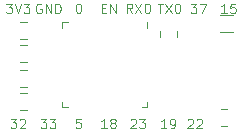
<source format=gbr>
G04 #@! TF.GenerationSoftware,KiCad,Pcbnew,(5.1.4-0-10_14)*
G04 #@! TF.CreationDate,2020-03-29T23:46:54+03:00*
G04 #@! TF.ProjectId,esp32-pico-d4-module,65737033-322d-4706-9963-6f2d64342d6d,rev?*
G04 #@! TF.SameCoordinates,Original*
G04 #@! TF.FileFunction,Legend,Top*
G04 #@! TF.FilePolarity,Positive*
%FSLAX46Y46*%
G04 Gerber Fmt 4.6, Leading zero omitted, Abs format (unit mm)*
G04 Created by KiCad (PCBNEW (5.1.4-0-10_14)) date 2020-03-29 23:46:54*
%MOMM*%
%LPD*%
G04 APERTURE LIST*
%ADD10C,0.120000*%
G04 APERTURE END LIST*
D10*
X124140476Y-112738095D02*
X124178571Y-112700000D01*
X124254761Y-112661904D01*
X124445238Y-112661904D01*
X124521428Y-112700000D01*
X124559523Y-112738095D01*
X124597619Y-112814285D01*
X124597619Y-112890476D01*
X124559523Y-113004761D01*
X124102380Y-113461904D01*
X124597619Y-113461904D01*
X124902380Y-112738095D02*
X124940476Y-112700000D01*
X125016666Y-112661904D01*
X125207142Y-112661904D01*
X125283333Y-112700000D01*
X125321428Y-112738095D01*
X125359523Y-112814285D01*
X125359523Y-112890476D01*
X125321428Y-113004761D01*
X124864285Y-113461904D01*
X125359523Y-113461904D01*
X127447619Y-103711904D02*
X126990476Y-103711904D01*
X127219047Y-103711904D02*
X127219047Y-102911904D01*
X127142857Y-103026190D01*
X127066666Y-103102380D01*
X126990476Y-103140476D01*
X128171428Y-102911904D02*
X127790476Y-102911904D01*
X127752380Y-103292857D01*
X127790476Y-103254761D01*
X127866666Y-103216666D01*
X128057142Y-103216666D01*
X128133333Y-103254761D01*
X128171428Y-103292857D01*
X128209523Y-103369047D01*
X128209523Y-103559523D01*
X128171428Y-103635714D01*
X128133333Y-103673809D01*
X128057142Y-103711904D01*
X127866666Y-103711904D01*
X127790476Y-103673809D01*
X127752380Y-103635714D01*
X124402380Y-102911904D02*
X124897619Y-102911904D01*
X124630952Y-103216666D01*
X124745238Y-103216666D01*
X124821428Y-103254761D01*
X124859523Y-103292857D01*
X124897619Y-103369047D01*
X124897619Y-103559523D01*
X124859523Y-103635714D01*
X124821428Y-103673809D01*
X124745238Y-103711904D01*
X124516666Y-103711904D01*
X124440476Y-103673809D01*
X124402380Y-103635714D01*
X125164285Y-102911904D02*
X125697619Y-102911904D01*
X125354761Y-103711904D01*
X121609523Y-102911904D02*
X122066666Y-102911904D01*
X121838095Y-103711904D02*
X121838095Y-102911904D01*
X122257142Y-102911904D02*
X122790476Y-103711904D01*
X122790476Y-102911904D02*
X122257142Y-103711904D01*
X123247619Y-102911904D02*
X123323809Y-102911904D01*
X123400000Y-102950000D01*
X123438095Y-102988095D01*
X123476190Y-103064285D01*
X123514285Y-103216666D01*
X123514285Y-103407142D01*
X123476190Y-103559523D01*
X123438095Y-103635714D01*
X123400000Y-103673809D01*
X123323809Y-103711904D01*
X123247619Y-103711904D01*
X123171428Y-103673809D01*
X123133333Y-103635714D01*
X123095238Y-103559523D01*
X123057142Y-103407142D01*
X123057142Y-103216666D01*
X123095238Y-103064285D01*
X123133333Y-102988095D01*
X123171428Y-102950000D01*
X123247619Y-102911904D01*
X119435714Y-103711904D02*
X119169047Y-103330952D01*
X118978571Y-103711904D02*
X118978571Y-102911904D01*
X119283333Y-102911904D01*
X119359523Y-102950000D01*
X119397619Y-102988095D01*
X119435714Y-103064285D01*
X119435714Y-103178571D01*
X119397619Y-103254761D01*
X119359523Y-103292857D01*
X119283333Y-103330952D01*
X118978571Y-103330952D01*
X119702380Y-102911904D02*
X120235714Y-103711904D01*
X120235714Y-102911904D02*
X119702380Y-103711904D01*
X120692857Y-102911904D02*
X120769047Y-102911904D01*
X120845238Y-102950000D01*
X120883333Y-102988095D01*
X120921428Y-103064285D01*
X120959523Y-103216666D01*
X120959523Y-103407142D01*
X120921428Y-103559523D01*
X120883333Y-103635714D01*
X120845238Y-103673809D01*
X120769047Y-103711904D01*
X120692857Y-103711904D01*
X120616666Y-103673809D01*
X120578571Y-103635714D01*
X120540476Y-103559523D01*
X120502380Y-103407142D01*
X120502380Y-103216666D01*
X120540476Y-103064285D01*
X120578571Y-102988095D01*
X120616666Y-102950000D01*
X120692857Y-102911904D01*
X116859523Y-103292857D02*
X117126190Y-103292857D01*
X117240476Y-103711904D02*
X116859523Y-103711904D01*
X116859523Y-102911904D01*
X117240476Y-102911904D01*
X117583333Y-103711904D02*
X117583333Y-102911904D01*
X118040476Y-103711904D01*
X118040476Y-102911904D01*
X114861904Y-102911904D02*
X114938095Y-102911904D01*
X115014285Y-102950000D01*
X115052380Y-102988095D01*
X115090476Y-103064285D01*
X115128571Y-103216666D01*
X115128571Y-103407142D01*
X115090476Y-103559523D01*
X115052380Y-103635714D01*
X115014285Y-103673809D01*
X114938095Y-103711904D01*
X114861904Y-103711904D01*
X114785714Y-103673809D01*
X114747619Y-103635714D01*
X114709523Y-103559523D01*
X114671428Y-103407142D01*
X114671428Y-103216666D01*
X114709523Y-103064285D01*
X114747619Y-102988095D01*
X114785714Y-102950000D01*
X114861904Y-102911904D01*
X111740476Y-102950000D02*
X111664285Y-102911904D01*
X111550000Y-102911904D01*
X111435714Y-102950000D01*
X111359523Y-103026190D01*
X111321428Y-103102380D01*
X111283333Y-103254761D01*
X111283333Y-103369047D01*
X111321428Y-103521428D01*
X111359523Y-103597619D01*
X111435714Y-103673809D01*
X111550000Y-103711904D01*
X111626190Y-103711904D01*
X111740476Y-103673809D01*
X111778571Y-103635714D01*
X111778571Y-103369047D01*
X111626190Y-103369047D01*
X112121428Y-103711904D02*
X112121428Y-102911904D01*
X112578571Y-103711904D01*
X112578571Y-102911904D01*
X112959523Y-103711904D02*
X112959523Y-102911904D01*
X113150000Y-102911904D01*
X113264285Y-102950000D01*
X113340476Y-103026190D01*
X113378571Y-103102380D01*
X113416666Y-103254761D01*
X113416666Y-103369047D01*
X113378571Y-103521428D01*
X113340476Y-103597619D01*
X113264285Y-103673809D01*
X113150000Y-103711904D01*
X112959523Y-103711904D01*
X108809523Y-102911904D02*
X109304761Y-102911904D01*
X109038095Y-103216666D01*
X109152380Y-103216666D01*
X109228571Y-103254761D01*
X109266666Y-103292857D01*
X109304761Y-103369047D01*
X109304761Y-103559523D01*
X109266666Y-103635714D01*
X109228571Y-103673809D01*
X109152380Y-103711904D01*
X108923809Y-103711904D01*
X108847619Y-103673809D01*
X108809523Y-103635714D01*
X109533333Y-102911904D02*
X109800000Y-103711904D01*
X110066666Y-102911904D01*
X110257142Y-102911904D02*
X110752380Y-102911904D01*
X110485714Y-103216666D01*
X110600000Y-103216666D01*
X110676190Y-103254761D01*
X110714285Y-103292857D01*
X110752380Y-103369047D01*
X110752380Y-103559523D01*
X110714285Y-103635714D01*
X110676190Y-103673809D01*
X110600000Y-103711904D01*
X110371428Y-103711904D01*
X110295238Y-103673809D01*
X110257142Y-103635714D01*
X122347619Y-113461904D02*
X121890476Y-113461904D01*
X122119047Y-113461904D02*
X122119047Y-112661904D01*
X122042857Y-112776190D01*
X121966666Y-112852380D01*
X121890476Y-112890476D01*
X122728571Y-113461904D02*
X122880952Y-113461904D01*
X122957142Y-113423809D01*
X122995238Y-113385714D01*
X123071428Y-113271428D01*
X123109523Y-113119047D01*
X123109523Y-112814285D01*
X123071428Y-112738095D01*
X123033333Y-112700000D01*
X122957142Y-112661904D01*
X122804761Y-112661904D01*
X122728571Y-112700000D01*
X122690476Y-112738095D01*
X122652380Y-112814285D01*
X122652380Y-113004761D01*
X122690476Y-113080952D01*
X122728571Y-113119047D01*
X122804761Y-113157142D01*
X122957142Y-113157142D01*
X123033333Y-113119047D01*
X123071428Y-113080952D01*
X123109523Y-113004761D01*
X119340476Y-112738095D02*
X119378571Y-112700000D01*
X119454761Y-112661904D01*
X119645238Y-112661904D01*
X119721428Y-112700000D01*
X119759523Y-112738095D01*
X119797619Y-112814285D01*
X119797619Y-112890476D01*
X119759523Y-113004761D01*
X119302380Y-113461904D01*
X119797619Y-113461904D01*
X120064285Y-112661904D02*
X120559523Y-112661904D01*
X120292857Y-112966666D01*
X120407142Y-112966666D01*
X120483333Y-113004761D01*
X120521428Y-113042857D01*
X120559523Y-113119047D01*
X120559523Y-113309523D01*
X120521428Y-113385714D01*
X120483333Y-113423809D01*
X120407142Y-113461904D01*
X120178571Y-113461904D01*
X120102380Y-113423809D01*
X120064285Y-113385714D01*
X117297619Y-113461904D02*
X116840476Y-113461904D01*
X117069047Y-113461904D02*
X117069047Y-112661904D01*
X116992857Y-112776190D01*
X116916666Y-112852380D01*
X116840476Y-112890476D01*
X117754761Y-113004761D02*
X117678571Y-112966666D01*
X117640476Y-112928571D01*
X117602380Y-112852380D01*
X117602380Y-112814285D01*
X117640476Y-112738095D01*
X117678571Y-112700000D01*
X117754761Y-112661904D01*
X117907142Y-112661904D01*
X117983333Y-112700000D01*
X118021428Y-112738095D01*
X118059523Y-112814285D01*
X118059523Y-112852380D01*
X118021428Y-112928571D01*
X117983333Y-112966666D01*
X117907142Y-113004761D01*
X117754761Y-113004761D01*
X117678571Y-113042857D01*
X117640476Y-113080952D01*
X117602380Y-113157142D01*
X117602380Y-113309523D01*
X117640476Y-113385714D01*
X117678571Y-113423809D01*
X117754761Y-113461904D01*
X117907142Y-113461904D01*
X117983333Y-113423809D01*
X118021428Y-113385714D01*
X118059523Y-113309523D01*
X118059523Y-113157142D01*
X118021428Y-113080952D01*
X117983333Y-113042857D01*
X117907142Y-113004761D01*
X115090476Y-112661904D02*
X114709523Y-112661904D01*
X114671428Y-113042857D01*
X114709523Y-113004761D01*
X114785714Y-112966666D01*
X114976190Y-112966666D01*
X115052380Y-113004761D01*
X115090476Y-113042857D01*
X115128571Y-113119047D01*
X115128571Y-113309523D01*
X115090476Y-113385714D01*
X115052380Y-113423809D01*
X114976190Y-113461904D01*
X114785714Y-113461904D01*
X114709523Y-113423809D01*
X114671428Y-113385714D01*
X111702380Y-112661904D02*
X112197619Y-112661904D01*
X111930952Y-112966666D01*
X112045238Y-112966666D01*
X112121428Y-113004761D01*
X112159523Y-113042857D01*
X112197619Y-113119047D01*
X112197619Y-113309523D01*
X112159523Y-113385714D01*
X112121428Y-113423809D01*
X112045238Y-113461904D01*
X111816666Y-113461904D01*
X111740476Y-113423809D01*
X111702380Y-113385714D01*
X112464285Y-112661904D02*
X112959523Y-112661904D01*
X112692857Y-112966666D01*
X112807142Y-112966666D01*
X112883333Y-113004761D01*
X112921428Y-113042857D01*
X112959523Y-113119047D01*
X112959523Y-113309523D01*
X112921428Y-113385714D01*
X112883333Y-113423809D01*
X112807142Y-113461904D01*
X112578571Y-113461904D01*
X112502380Y-113423809D01*
X112464285Y-113385714D01*
X109152380Y-112661904D02*
X109647619Y-112661904D01*
X109380952Y-112966666D01*
X109495238Y-112966666D01*
X109571428Y-113004761D01*
X109609523Y-113042857D01*
X109647619Y-113119047D01*
X109647619Y-113309523D01*
X109609523Y-113385714D01*
X109571428Y-113423809D01*
X109495238Y-113461904D01*
X109266666Y-113461904D01*
X109190476Y-113423809D01*
X109152380Y-113385714D01*
X109952380Y-112738095D02*
X109990476Y-112700000D01*
X110066666Y-112661904D01*
X110257142Y-112661904D01*
X110333333Y-112700000D01*
X110371428Y-112738095D01*
X110409523Y-112814285D01*
X110409523Y-112890476D01*
X110371428Y-113004761D01*
X109914285Y-113461904D01*
X110409523Y-113461904D01*
X126966422Y-111840000D02*
X127483578Y-111840000D01*
X126966422Y-113260000D02*
X127483578Y-113260000D01*
X109991422Y-111935000D02*
X110508578Y-111935000D01*
X109991422Y-110515000D02*
X110508578Y-110515000D01*
X109991422Y-108540000D02*
X110508578Y-108540000D01*
X109991422Y-109960000D02*
X110508578Y-109960000D01*
X109991422Y-104490000D02*
X110508578Y-104490000D01*
X109991422Y-105910000D02*
X110508578Y-105910000D01*
X109991422Y-106465000D02*
X110508578Y-106465000D01*
X109991422Y-107885000D02*
X110508578Y-107885000D01*
X120735000Y-111710000D02*
X120260000Y-111710000D01*
X120735000Y-111235000D02*
X120735000Y-111710000D01*
X113515000Y-104965000D02*
X113515000Y-104490000D01*
X113515000Y-104490000D02*
X113990000Y-104490000D01*
X113515000Y-111235000D02*
X113515000Y-111710000D01*
X113515000Y-111710000D02*
X113990000Y-111710000D01*
X120735000Y-104965000D02*
X120735000Y-104490000D01*
X123260000Y-105216422D02*
X123260000Y-105733578D01*
X121840000Y-105216422D02*
X121840000Y-105733578D01*
X126850000Y-103875000D02*
X127950000Y-103875000D01*
X127950000Y-105325000D02*
X126850000Y-105325000D01*
M02*

</source>
